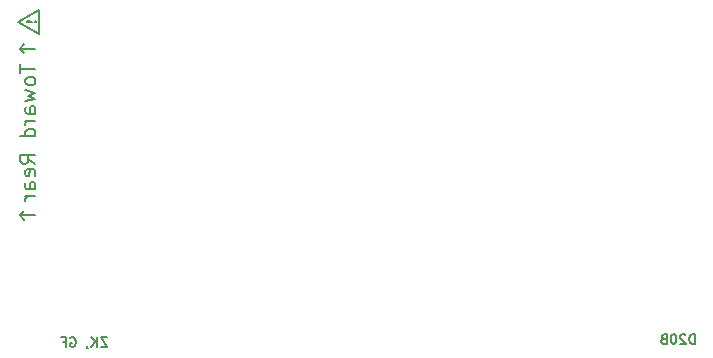
<source format=gbo>
G04 #@! TF.GenerationSoftware,KiCad,Pcbnew,(5.1.10-1-10_14)*
G04 #@! TF.CreationDate,2021-05-31T18:25:56-04:00*
G04 #@! TF.ProjectId,RAM2GS,52414d32-4753-42e6-9b69-6361645f7063,2.0*
G04 #@! TF.SameCoordinates,Original*
G04 #@! TF.FileFunction,Legend,Bot*
G04 #@! TF.FilePolarity,Positive*
%FSLAX46Y46*%
G04 Gerber Fmt 4.6, Leading zero omitted, Abs format (unit mm)*
G04 Created by KiCad (PCBNEW (5.1.10-1-10_14)) date 2021-05-31 18:25:56*
%MOMM*%
%LPD*%
G01*
G04 APERTURE LIST*
%ADD10C,0.203200*%
%ADD11C,0.200000*%
%ADD12C,0.190500*%
%ADD13C,0.100000*%
%ADD14C,1.448000*%
%ADD15C,2.524900*%
%ADD16C,1.140600*%
%ADD17C,2.150000*%
G04 APERTURE END LIST*
D10*
X104771371Y-130542695D02*
X104771371Y-129729895D01*
X104577847Y-129729895D01*
X104461733Y-129768600D01*
X104384323Y-129846009D01*
X104345619Y-129923419D01*
X104306914Y-130078238D01*
X104306914Y-130194352D01*
X104345619Y-130349171D01*
X104384323Y-130426580D01*
X104461733Y-130503990D01*
X104577847Y-130542695D01*
X104771371Y-130542695D01*
X103997276Y-129807304D02*
X103958571Y-129768600D01*
X103881161Y-129729895D01*
X103687638Y-129729895D01*
X103610228Y-129768600D01*
X103571523Y-129807304D01*
X103532819Y-129884714D01*
X103532819Y-129962123D01*
X103571523Y-130078238D01*
X104035980Y-130542695D01*
X103532819Y-130542695D01*
X103029657Y-129729895D02*
X102952247Y-129729895D01*
X102874838Y-129768600D01*
X102836133Y-129807304D01*
X102797428Y-129884714D01*
X102758723Y-130039533D01*
X102758723Y-130233057D01*
X102797428Y-130387876D01*
X102836133Y-130465285D01*
X102874838Y-130503990D01*
X102952247Y-130542695D01*
X103029657Y-130542695D01*
X103107066Y-130503990D01*
X103145771Y-130465285D01*
X103184476Y-130387876D01*
X103223180Y-130233057D01*
X103223180Y-130039533D01*
X103184476Y-129884714D01*
X103145771Y-129807304D01*
X103107066Y-129768600D01*
X103029657Y-129729895D01*
X102139447Y-130116942D02*
X102023333Y-130155647D01*
X101984628Y-130194352D01*
X101945923Y-130271761D01*
X101945923Y-130387876D01*
X101984628Y-130465285D01*
X102023333Y-130503990D01*
X102100742Y-130542695D01*
X102410380Y-130542695D01*
X102410380Y-129729895D01*
X102139447Y-129729895D01*
X102062038Y-129768600D01*
X102023333Y-129807304D01*
X101984628Y-129884714D01*
X101984628Y-129962123D01*
X102023333Y-130039533D01*
X102062038Y-130078238D01*
X102139447Y-130116942D01*
X102410380Y-130116942D01*
X55021238Y-129983895D02*
X54479371Y-129983895D01*
X55021238Y-130796695D01*
X54479371Y-130796695D01*
X54169733Y-130796695D02*
X54169733Y-129983895D01*
X53705276Y-130796695D02*
X54053619Y-130332238D01*
X53705276Y-129983895D02*
X54169733Y-130448352D01*
X53318228Y-130757990D02*
X53318228Y-130796695D01*
X53356933Y-130874104D01*
X53395638Y-130912809D01*
X51924857Y-130022600D02*
X52002266Y-129983895D01*
X52118380Y-129983895D01*
X52234495Y-130022600D01*
X52311904Y-130100009D01*
X52350609Y-130177419D01*
X52389314Y-130332238D01*
X52389314Y-130448352D01*
X52350609Y-130603171D01*
X52311904Y-130680580D01*
X52234495Y-130757990D01*
X52118380Y-130796695D01*
X52040971Y-130796695D01*
X51924857Y-130757990D01*
X51886152Y-130719285D01*
X51886152Y-130448352D01*
X52040971Y-130448352D01*
X51266876Y-130370942D02*
X51537809Y-130370942D01*
X51537809Y-130796695D02*
X51537809Y-129983895D01*
X51150761Y-129983895D01*
D11*
X47625000Y-119634000D02*
X48006000Y-119253000D01*
X47498000Y-103251000D02*
X49276000Y-102235000D01*
X49276000Y-102235000D02*
X49276000Y-104267000D01*
X47625000Y-105537000D02*
X48006000Y-105156000D01*
X48895000Y-105537000D02*
X47625000Y-105537000D01*
X47625000Y-119634000D02*
X48006000Y-120015000D01*
X48895000Y-119634000D02*
X47625000Y-119634000D01*
X47625000Y-105537000D02*
X48006000Y-105918000D01*
X49276000Y-104267000D02*
X47498000Y-103251000D01*
X47691523Y-106873523D02*
X47691523Y-107599238D01*
X48961523Y-107236380D02*
X47691523Y-107236380D01*
X48961523Y-108204000D02*
X48901047Y-108083047D01*
X48840571Y-108022571D01*
X48719619Y-107962095D01*
X48356761Y-107962095D01*
X48235809Y-108022571D01*
X48175333Y-108083047D01*
X48114857Y-108204000D01*
X48114857Y-108385428D01*
X48175333Y-108506380D01*
X48235809Y-108566857D01*
X48356761Y-108627333D01*
X48719619Y-108627333D01*
X48840571Y-108566857D01*
X48901047Y-108506380D01*
X48961523Y-108385428D01*
X48961523Y-108204000D01*
X48114857Y-109050666D02*
X48961523Y-109292571D01*
X48356761Y-109534476D01*
X48961523Y-109776380D01*
X48114857Y-110018285D01*
X48961523Y-111046380D02*
X48296285Y-111046380D01*
X48175333Y-110985904D01*
X48114857Y-110864952D01*
X48114857Y-110623047D01*
X48175333Y-110502095D01*
X48901047Y-111046380D02*
X48961523Y-110925428D01*
X48961523Y-110623047D01*
X48901047Y-110502095D01*
X48780095Y-110441619D01*
X48659142Y-110441619D01*
X48538190Y-110502095D01*
X48477714Y-110623047D01*
X48477714Y-110925428D01*
X48417238Y-111046380D01*
X48961523Y-111651142D02*
X48114857Y-111651142D01*
X48356761Y-111651142D02*
X48235809Y-111711619D01*
X48175333Y-111772095D01*
X48114857Y-111893047D01*
X48114857Y-112014000D01*
X48961523Y-112981619D02*
X47691523Y-112981619D01*
X48901047Y-112981619D02*
X48961523Y-112860666D01*
X48961523Y-112618761D01*
X48901047Y-112497809D01*
X48840571Y-112437333D01*
X48719619Y-112376857D01*
X48356761Y-112376857D01*
X48235809Y-112437333D01*
X48175333Y-112497809D01*
X48114857Y-112618761D01*
X48114857Y-112860666D01*
X48175333Y-112981619D01*
X48961523Y-115279714D02*
X48356761Y-114856380D01*
X48961523Y-114554000D02*
X47691523Y-114554000D01*
X47691523Y-115037809D01*
X47752000Y-115158761D01*
X47812476Y-115219238D01*
X47933428Y-115279714D01*
X48114857Y-115279714D01*
X48235809Y-115219238D01*
X48296285Y-115158761D01*
X48356761Y-115037809D01*
X48356761Y-114554000D01*
X48901047Y-116307809D02*
X48961523Y-116186857D01*
X48961523Y-115944952D01*
X48901047Y-115824000D01*
X48780095Y-115763523D01*
X48296285Y-115763523D01*
X48175333Y-115824000D01*
X48114857Y-115944952D01*
X48114857Y-116186857D01*
X48175333Y-116307809D01*
X48296285Y-116368285D01*
X48417238Y-116368285D01*
X48538190Y-115763523D01*
X48961523Y-117456857D02*
X48296285Y-117456857D01*
X48175333Y-117396380D01*
X48114857Y-117275428D01*
X48114857Y-117033523D01*
X48175333Y-116912571D01*
X48901047Y-117456857D02*
X48961523Y-117335904D01*
X48961523Y-117033523D01*
X48901047Y-116912571D01*
X48780095Y-116852095D01*
X48659142Y-116852095D01*
X48538190Y-116912571D01*
X48477714Y-117033523D01*
X48477714Y-117335904D01*
X48417238Y-117456857D01*
X48961523Y-118061619D02*
X48114857Y-118061619D01*
X48356761Y-118061619D02*
X48235809Y-118122095D01*
X48175333Y-118182571D01*
X48114857Y-118303523D01*
X48114857Y-118424476D01*
D12*
X48913142Y-103251000D02*
X48949428Y-103287285D01*
X48985714Y-103251000D01*
X48949428Y-103214714D01*
X48913142Y-103251000D01*
X48985714Y-103251000D01*
X48695428Y-103251000D02*
X48260000Y-103214714D01*
X48223714Y-103251000D01*
X48260000Y-103287285D01*
X48695428Y-103251000D01*
X48223714Y-103251000D01*
%LPC*%
D13*
G36*
X113538000Y-139446000D02*
G01*
X113030000Y-139954000D01*
X55626000Y-139954000D01*
X55118000Y-139446000D01*
X55118000Y-132080000D01*
X113538000Y-132080000D01*
X113538000Y-139446000D01*
G37*
D14*
X48514000Y-129540000D03*
G36*
G01*
X110161000Y-138608500D02*
X110161000Y-131955500D01*
G75*
G02*
X110579500Y-131537000I418500J0D01*
G01*
X111416500Y-131537000D01*
G75*
G02*
X111835000Y-131955500I0J-418500D01*
G01*
X111835000Y-138608500D01*
G75*
G02*
X111416500Y-139027000I-418500J0D01*
G01*
X110579500Y-139027000D01*
G75*
G02*
X110161000Y-138608500I0J418500D01*
G01*
G37*
G36*
G01*
X107621000Y-138608500D02*
X107621000Y-131955500D01*
G75*
G02*
X108039500Y-131537000I418500J0D01*
G01*
X108876500Y-131537000D01*
G75*
G02*
X109295000Y-131955500I0J-418500D01*
G01*
X109295000Y-138608500D01*
G75*
G02*
X108876500Y-139027000I-418500J0D01*
G01*
X108039500Y-139027000D01*
G75*
G02*
X107621000Y-138608500I0J418500D01*
G01*
G37*
G36*
G01*
X105081000Y-138608500D02*
X105081000Y-131955500D01*
G75*
G02*
X105499500Y-131537000I418500J0D01*
G01*
X106336500Y-131537000D01*
G75*
G02*
X106755000Y-131955500I0J-418500D01*
G01*
X106755000Y-138608500D01*
G75*
G02*
X106336500Y-139027000I-418500J0D01*
G01*
X105499500Y-139027000D01*
G75*
G02*
X105081000Y-138608500I0J418500D01*
G01*
G37*
G36*
G01*
X102541000Y-138608500D02*
X102541000Y-131955500D01*
G75*
G02*
X102959500Y-131537000I418500J0D01*
G01*
X103796500Y-131537000D01*
G75*
G02*
X104215000Y-131955500I0J-418500D01*
G01*
X104215000Y-138608500D01*
G75*
G02*
X103796500Y-139027000I-418500J0D01*
G01*
X102959500Y-139027000D01*
G75*
G02*
X102541000Y-138608500I0J418500D01*
G01*
G37*
G36*
G01*
X100001000Y-138608500D02*
X100001000Y-131955500D01*
G75*
G02*
X100419500Y-131537000I418500J0D01*
G01*
X101256500Y-131537000D01*
G75*
G02*
X101675000Y-131955500I0J-418500D01*
G01*
X101675000Y-138608500D01*
G75*
G02*
X101256500Y-139027000I-418500J0D01*
G01*
X100419500Y-139027000D01*
G75*
G02*
X100001000Y-138608500I0J418500D01*
G01*
G37*
G36*
G01*
X97461000Y-138608500D02*
X97461000Y-131955500D01*
G75*
G02*
X97879500Y-131537000I418500J0D01*
G01*
X98716500Y-131537000D01*
G75*
G02*
X99135000Y-131955500I0J-418500D01*
G01*
X99135000Y-138608500D01*
G75*
G02*
X98716500Y-139027000I-418500J0D01*
G01*
X97879500Y-139027000D01*
G75*
G02*
X97461000Y-138608500I0J418500D01*
G01*
G37*
G36*
G01*
X94921000Y-138608500D02*
X94921000Y-131955500D01*
G75*
G02*
X95339500Y-131537000I418500J0D01*
G01*
X96176500Y-131537000D01*
G75*
G02*
X96595000Y-131955500I0J-418500D01*
G01*
X96595000Y-138608500D01*
G75*
G02*
X96176500Y-139027000I-418500J0D01*
G01*
X95339500Y-139027000D01*
G75*
G02*
X94921000Y-138608500I0J418500D01*
G01*
G37*
G36*
G01*
X92381000Y-138608500D02*
X92381000Y-131955500D01*
G75*
G02*
X92799500Y-131537000I418500J0D01*
G01*
X93636500Y-131537000D01*
G75*
G02*
X94055000Y-131955500I0J-418500D01*
G01*
X94055000Y-138608500D01*
G75*
G02*
X93636500Y-139027000I-418500J0D01*
G01*
X92799500Y-139027000D01*
G75*
G02*
X92381000Y-138608500I0J418500D01*
G01*
G37*
G36*
G01*
X89841000Y-138608500D02*
X89841000Y-131955500D01*
G75*
G02*
X90259500Y-131537000I418500J0D01*
G01*
X91096500Y-131537000D01*
G75*
G02*
X91515000Y-131955500I0J-418500D01*
G01*
X91515000Y-138608500D01*
G75*
G02*
X91096500Y-139027000I-418500J0D01*
G01*
X90259500Y-139027000D01*
G75*
G02*
X89841000Y-138608500I0J418500D01*
G01*
G37*
G36*
G01*
X87301000Y-138608500D02*
X87301000Y-131955500D01*
G75*
G02*
X87719500Y-131537000I418500J0D01*
G01*
X88556500Y-131537000D01*
G75*
G02*
X88975000Y-131955500I0J-418500D01*
G01*
X88975000Y-138608500D01*
G75*
G02*
X88556500Y-139027000I-418500J0D01*
G01*
X87719500Y-139027000D01*
G75*
G02*
X87301000Y-138608500I0J418500D01*
G01*
G37*
G36*
G01*
X84761000Y-138608500D02*
X84761000Y-131955500D01*
G75*
G02*
X85179500Y-131537000I418500J0D01*
G01*
X86016500Y-131537000D01*
G75*
G02*
X86435000Y-131955500I0J-418500D01*
G01*
X86435000Y-138608500D01*
G75*
G02*
X86016500Y-139027000I-418500J0D01*
G01*
X85179500Y-139027000D01*
G75*
G02*
X84761000Y-138608500I0J418500D01*
G01*
G37*
G36*
G01*
X82221000Y-138608500D02*
X82221000Y-131955500D01*
G75*
G02*
X82639500Y-131537000I418500J0D01*
G01*
X83476500Y-131537000D01*
G75*
G02*
X83895000Y-131955500I0J-418500D01*
G01*
X83895000Y-138608500D01*
G75*
G02*
X83476500Y-139027000I-418500J0D01*
G01*
X82639500Y-139027000D01*
G75*
G02*
X82221000Y-138608500I0J418500D01*
G01*
G37*
G36*
G01*
X79681000Y-138608500D02*
X79681000Y-131955500D01*
G75*
G02*
X80099500Y-131537000I418500J0D01*
G01*
X80936500Y-131537000D01*
G75*
G02*
X81355000Y-131955500I0J-418500D01*
G01*
X81355000Y-138608500D01*
G75*
G02*
X80936500Y-139027000I-418500J0D01*
G01*
X80099500Y-139027000D01*
G75*
G02*
X79681000Y-138608500I0J418500D01*
G01*
G37*
G36*
G01*
X77141000Y-138608500D02*
X77141000Y-131955500D01*
G75*
G02*
X77559500Y-131537000I418500J0D01*
G01*
X78396500Y-131537000D01*
G75*
G02*
X78815000Y-131955500I0J-418500D01*
G01*
X78815000Y-138608500D01*
G75*
G02*
X78396500Y-139027000I-418500J0D01*
G01*
X77559500Y-139027000D01*
G75*
G02*
X77141000Y-138608500I0J418500D01*
G01*
G37*
G36*
G01*
X74601000Y-138608500D02*
X74601000Y-131955500D01*
G75*
G02*
X75019500Y-131537000I418500J0D01*
G01*
X75856500Y-131537000D01*
G75*
G02*
X76275000Y-131955500I0J-418500D01*
G01*
X76275000Y-138608500D01*
G75*
G02*
X75856500Y-139027000I-418500J0D01*
G01*
X75019500Y-139027000D01*
G75*
G02*
X74601000Y-138608500I0J418500D01*
G01*
G37*
G36*
G01*
X72061000Y-138608500D02*
X72061000Y-131955500D01*
G75*
G02*
X72479500Y-131537000I418500J0D01*
G01*
X73316500Y-131537000D01*
G75*
G02*
X73735000Y-131955500I0J-418500D01*
G01*
X73735000Y-138608500D01*
G75*
G02*
X73316500Y-139027000I-418500J0D01*
G01*
X72479500Y-139027000D01*
G75*
G02*
X72061000Y-138608500I0J418500D01*
G01*
G37*
G36*
G01*
X69521000Y-138608500D02*
X69521000Y-131955500D01*
G75*
G02*
X69939500Y-131537000I418500J0D01*
G01*
X70776500Y-131537000D01*
G75*
G02*
X71195000Y-131955500I0J-418500D01*
G01*
X71195000Y-138608500D01*
G75*
G02*
X70776500Y-139027000I-418500J0D01*
G01*
X69939500Y-139027000D01*
G75*
G02*
X69521000Y-138608500I0J418500D01*
G01*
G37*
G36*
G01*
X66981000Y-138608500D02*
X66981000Y-131955500D01*
G75*
G02*
X67399500Y-131537000I418500J0D01*
G01*
X68236500Y-131537000D01*
G75*
G02*
X68655000Y-131955500I0J-418500D01*
G01*
X68655000Y-138608500D01*
G75*
G02*
X68236500Y-139027000I-418500J0D01*
G01*
X67399500Y-139027000D01*
G75*
G02*
X66981000Y-138608500I0J418500D01*
G01*
G37*
G36*
G01*
X64441000Y-138608500D02*
X64441000Y-131955500D01*
G75*
G02*
X64859500Y-131537000I418500J0D01*
G01*
X65696500Y-131537000D01*
G75*
G02*
X66115000Y-131955500I0J-418500D01*
G01*
X66115000Y-138608500D01*
G75*
G02*
X65696500Y-139027000I-418500J0D01*
G01*
X64859500Y-139027000D01*
G75*
G02*
X64441000Y-138608500I0J418500D01*
G01*
G37*
G36*
G01*
X61901000Y-138608500D02*
X61901000Y-131955500D01*
G75*
G02*
X62319500Y-131537000I418500J0D01*
G01*
X63156500Y-131537000D01*
G75*
G02*
X63575000Y-131955500I0J-418500D01*
G01*
X63575000Y-138608500D01*
G75*
G02*
X63156500Y-139027000I-418500J0D01*
G01*
X62319500Y-139027000D01*
G75*
G02*
X61901000Y-138608500I0J418500D01*
G01*
G37*
G36*
G01*
X59361000Y-138608500D02*
X59361000Y-131955500D01*
G75*
G02*
X59779500Y-131537000I418500J0D01*
G01*
X60616500Y-131537000D01*
G75*
G02*
X61035000Y-131955500I0J-418500D01*
G01*
X61035000Y-138608500D01*
G75*
G02*
X60616500Y-139027000I-418500J0D01*
G01*
X59779500Y-139027000D01*
G75*
G02*
X59361000Y-138608500I0J418500D01*
G01*
G37*
G36*
G01*
X56821000Y-138608500D02*
X56821000Y-131955500D01*
G75*
G02*
X57239500Y-131537000I418500J0D01*
G01*
X58076500Y-131537000D01*
G75*
G02*
X58495000Y-131955500I0J-418500D01*
G01*
X58495000Y-138608500D01*
G75*
G02*
X58076500Y-139027000I-418500J0D01*
G01*
X57239500Y-139027000D01*
G75*
G02*
X56821000Y-138608500I0J418500D01*
G01*
G37*
D15*
X106617090Y-100965987D03*
X103024987Y-104558090D03*
X98983872Y-100516974D03*
X102575974Y-96924872D03*
D16*
X100779923Y-98720923D03*
X105449656Y-104827497D03*
X106886497Y-103390656D03*
D17*
X110998000Y-130175000D03*
D14*
X48514000Y-93726000D03*
X102870000Y-93726000D03*
X111506000Y-115189000D03*
M02*

</source>
